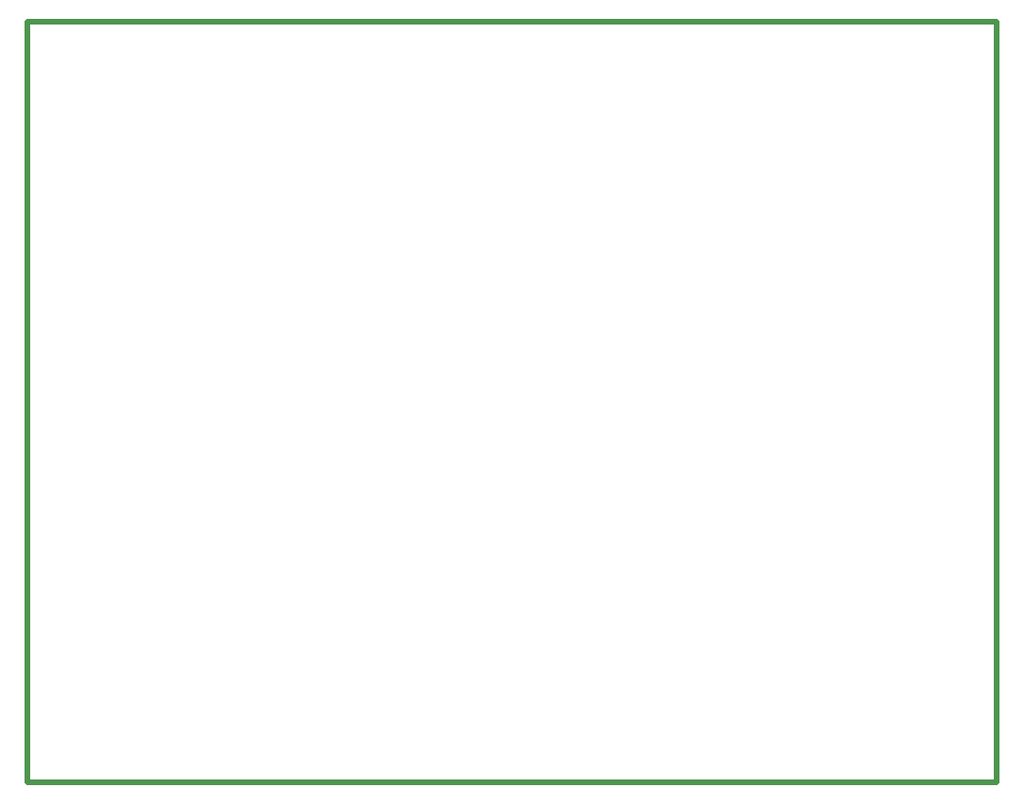
<source format=gm1>
G04*
G04 #@! TF.GenerationSoftware,Altium Limited,Altium Designer,20.2.6 (244)*
G04*
G04 Layer_Color=16711935*
%FSTAX24Y24*%
%MOIN*%
G70*
G04*
G04 #@! TF.SameCoordinates,210E5C92-376B-490F-B415-5E6AA8125FEF*
G04*
G04*
G04 #@! TF.FilePolarity,Positive*
G04*
G01*
G75*
%ADD81C,0.0197*%
D81*
X01Y01D02*
X04425Y01D01*
X01Y03685D02*
X01Y01D01*
X04425Y03685D02*
X04425Y01D01*
X01Y03685D02*
X04425Y03685D01*
M02*

</source>
